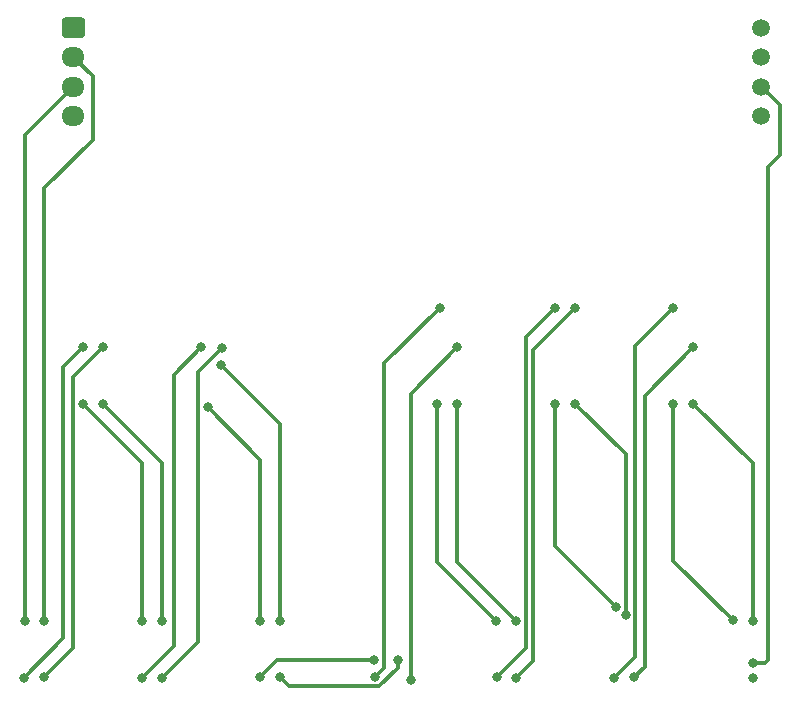
<source format=gbr>
G04 #@! TF.GenerationSoftware,KiCad,Pcbnew,(5.1.0)-1*
G04 #@! TF.CreationDate,2019-08-05T10:11:54+09:00*
G04 #@! TF.ProjectId,APA102,41504131-3032-42e6-9b69-6361645f7063,rev?*
G04 #@! TF.SameCoordinates,Original*
G04 #@! TF.FileFunction,Copper,L2,Bot*
G04 #@! TF.FilePolarity,Positive*
%FSLAX46Y46*%
G04 Gerber Fmt 4.6, Leading zero omitted, Abs format (unit mm)*
G04 Created by KiCad (PCBNEW (5.1.0)-1) date 2019-08-05 10:11:54*
%MOMM*%
%LPD*%
G04 APERTURE LIST*
%ADD10C,0.100000*%
%ADD11C,1.700000*%
%ADD12O,1.950000X1.700000*%
%ADD13C,1.500000*%
%ADD14C,0.800000*%
%ADD15C,0.300000*%
G04 APERTURE END LIST*
D10*
G36*
X109949504Y-32851204D02*
G01*
X109973773Y-32854804D01*
X109997571Y-32860765D01*
X110020671Y-32869030D01*
X110042849Y-32879520D01*
X110063893Y-32892133D01*
X110083598Y-32906747D01*
X110101777Y-32923223D01*
X110118253Y-32941402D01*
X110132867Y-32961107D01*
X110145480Y-32982151D01*
X110155970Y-33004329D01*
X110164235Y-33027429D01*
X110170196Y-33051227D01*
X110173796Y-33075496D01*
X110175000Y-33100000D01*
X110175000Y-34300000D01*
X110173796Y-34324504D01*
X110170196Y-34348773D01*
X110164235Y-34372571D01*
X110155970Y-34395671D01*
X110145480Y-34417849D01*
X110132867Y-34438893D01*
X110118253Y-34458598D01*
X110101777Y-34476777D01*
X110083598Y-34493253D01*
X110063893Y-34507867D01*
X110042849Y-34520480D01*
X110020671Y-34530970D01*
X109997571Y-34539235D01*
X109973773Y-34545196D01*
X109949504Y-34548796D01*
X109925000Y-34550000D01*
X108475000Y-34550000D01*
X108450496Y-34548796D01*
X108426227Y-34545196D01*
X108402429Y-34539235D01*
X108379329Y-34530970D01*
X108357151Y-34520480D01*
X108336107Y-34507867D01*
X108316402Y-34493253D01*
X108298223Y-34476777D01*
X108281747Y-34458598D01*
X108267133Y-34438893D01*
X108254520Y-34417849D01*
X108244030Y-34395671D01*
X108235765Y-34372571D01*
X108229804Y-34348773D01*
X108226204Y-34324504D01*
X108225000Y-34300000D01*
X108225000Y-33100000D01*
X108226204Y-33075496D01*
X108229804Y-33051227D01*
X108235765Y-33027429D01*
X108244030Y-33004329D01*
X108254520Y-32982151D01*
X108267133Y-32961107D01*
X108281747Y-32941402D01*
X108298223Y-32923223D01*
X108316402Y-32906747D01*
X108336107Y-32892133D01*
X108357151Y-32879520D01*
X108379329Y-32869030D01*
X108402429Y-32860765D01*
X108426227Y-32854804D01*
X108450496Y-32851204D01*
X108475000Y-32850000D01*
X109925000Y-32850000D01*
X109949504Y-32851204D01*
X109949504Y-32851204D01*
G37*
D11*
X109200000Y-33700000D03*
D12*
X109200000Y-36200000D03*
X109200000Y-38700000D03*
X109200000Y-41200000D03*
D13*
X167400000Y-41200000D03*
X167400000Y-38700000D03*
X167400000Y-36200000D03*
X167400000Y-33700000D03*
D14*
X105000000Y-88746000D03*
X110000000Y-60756900D03*
X106700000Y-88710400D03*
X111681100Y-60757800D03*
X106700000Y-83933500D03*
X105070800Y-83932300D03*
X116700000Y-83940200D03*
X111700000Y-65554800D03*
X115000000Y-83921000D03*
X110000000Y-65570700D03*
X115000000Y-88746000D03*
X120000000Y-60784600D03*
X116700000Y-88739700D03*
X121762100Y-60794400D03*
X126700000Y-83939200D03*
X121700000Y-62247800D03*
X125000000Y-83945700D03*
X120554600Y-65854900D03*
X125000000Y-88699500D03*
X134647700Y-87264600D03*
X126700000Y-88730400D03*
X136700000Y-87264800D03*
X141700000Y-60779200D03*
X137761700Y-88949800D03*
X140225000Y-57423500D03*
X134741100Y-88667900D03*
X140000000Y-65557900D03*
X144964000Y-83943700D03*
X141700000Y-65559000D03*
X146700000Y-83919200D03*
X151700000Y-57423500D03*
X146700000Y-88746100D03*
X150000000Y-57423500D03*
X145075000Y-88696000D03*
X150000000Y-65553700D03*
X155162500Y-82752200D03*
X151700000Y-65555200D03*
X155975000Y-83474700D03*
X161700000Y-60751600D03*
X156700000Y-88719100D03*
X160000000Y-57425500D03*
X155000000Y-88734900D03*
X160000000Y-65576700D03*
X165025000Y-83904900D03*
X161700000Y-65550600D03*
X166700000Y-83921100D03*
X166700000Y-88746000D03*
X166750000Y-87500000D03*
D15*
X110000000Y-60756900D02*
X108343700Y-62413200D01*
X108343700Y-62413200D02*
X108343700Y-85402300D01*
X108343700Y-85402300D02*
X105000000Y-88746000D01*
X106700000Y-88710400D02*
X109169100Y-86241300D01*
X109169100Y-86241300D02*
X109169100Y-63269800D01*
X109169100Y-63269800D02*
X111681100Y-60757800D01*
X109200000Y-36200000D02*
X110831900Y-37831900D01*
X110831900Y-37831900D02*
X110831900Y-43183400D01*
X110831900Y-43183400D02*
X106700000Y-47315300D01*
X106700000Y-47315300D02*
X106700000Y-83933500D01*
X109200000Y-38700000D02*
X105070800Y-42829200D01*
X105070800Y-42829200D02*
X105070800Y-83932300D01*
X116700000Y-83940200D02*
X116700000Y-70554800D01*
X116700000Y-70554800D02*
X111700000Y-65554800D01*
X115000000Y-83921000D02*
X115000000Y-70570700D01*
X115000000Y-70570700D02*
X110000000Y-65570700D01*
X115000000Y-88746000D02*
X117690800Y-86055200D01*
X117690800Y-86055200D02*
X117690800Y-63093800D01*
X117690800Y-63093800D02*
X120000000Y-60784600D01*
X116700000Y-88739700D02*
X119731100Y-85708600D01*
X119731100Y-85708600D02*
X119731100Y-62825400D01*
X119731100Y-62825400D02*
X121762100Y-60794400D01*
X126700000Y-83939200D02*
X126700000Y-67247800D01*
X126700000Y-67247800D02*
X121700000Y-62247800D01*
X125000000Y-83945700D02*
X125000000Y-70300300D01*
X125000000Y-70300300D02*
X120554600Y-65854900D01*
X125000000Y-88699500D02*
X126434900Y-87264600D01*
X126434900Y-87264600D02*
X134647700Y-87264600D01*
X126700000Y-88730400D02*
X127459200Y-89489600D01*
X127459200Y-89489600D02*
X135097900Y-89489600D01*
X135097900Y-89489600D02*
X136700000Y-87887500D01*
X136700000Y-87887500D02*
X136700000Y-87264800D01*
X141700000Y-60779200D02*
X137761700Y-64717500D01*
X137761700Y-64717500D02*
X137761700Y-88949800D01*
X140225000Y-57423500D02*
X135507500Y-62141000D01*
X135507500Y-62141000D02*
X135507500Y-87901500D01*
X135507500Y-87901500D02*
X134741100Y-88667900D01*
X140000000Y-65557900D02*
X140000000Y-78979700D01*
X140000000Y-78979700D02*
X144964000Y-83943700D01*
X141700000Y-65559000D02*
X141700000Y-78919200D01*
X141700000Y-78919200D02*
X146700000Y-83919200D01*
X146700000Y-88746100D02*
X148133300Y-87312800D01*
X148133300Y-87312800D02*
X148133300Y-60990200D01*
X148133300Y-60990200D02*
X151700000Y-57423500D01*
X145075000Y-88696000D02*
X147514200Y-86256800D01*
X147514200Y-86256800D02*
X147514200Y-59909300D01*
X147514200Y-59909300D02*
X150000000Y-57423500D01*
X150000000Y-65553700D02*
X150000000Y-77589700D01*
X150000000Y-77589700D02*
X155162500Y-82752200D01*
X151700000Y-65555200D02*
X155975000Y-69830200D01*
X155975000Y-69830200D02*
X155975000Y-83474700D01*
X161700000Y-60751600D02*
X157583800Y-64867800D01*
X157583800Y-64867800D02*
X157583800Y-87835300D01*
X157583800Y-87835300D02*
X156700000Y-88719100D01*
X155000000Y-88734900D02*
X156775300Y-86959600D01*
X156775300Y-86959600D02*
X156775300Y-60650200D01*
X156775300Y-60650200D02*
X160000000Y-57425500D01*
X160000000Y-65576700D02*
X160000000Y-78879900D01*
X160000000Y-78879900D02*
X165025000Y-83904900D01*
X161700000Y-65550600D02*
X166700000Y-70550600D01*
X166700000Y-70550600D02*
X166700000Y-83921100D01*
X167337500Y-36200000D02*
X167400000Y-36200000D01*
X167275000Y-36200000D02*
X167337500Y-36200000D01*
X168000000Y-87250000D02*
X168000000Y-45500000D01*
X167750000Y-87500000D02*
X168000000Y-87250000D01*
X166750000Y-87500000D02*
X167750000Y-87500000D01*
X168149999Y-39449999D02*
X167400000Y-38700000D01*
X169000000Y-40300000D02*
X168149999Y-39449999D01*
X169000000Y-44500000D02*
X169000000Y-40300000D01*
X168000000Y-45500000D02*
X169000000Y-44500000D01*
M02*

</source>
